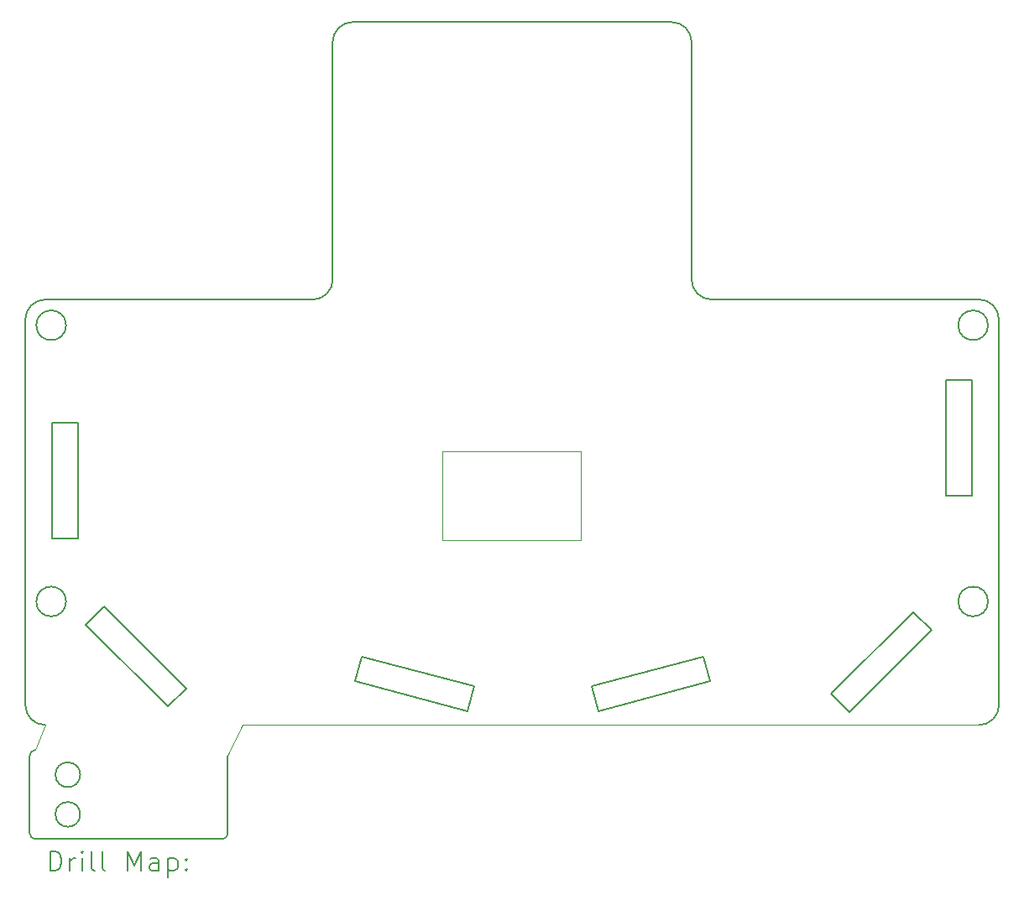
<source format=gbr>
%TF.GenerationSoftware,KiCad,Pcbnew,8.0.1*%
%TF.CreationDate,2025-03-10T11:27:17+01:00*%
%TF.ProjectId,main_board,6d61696e-5f62-46f6-9172-642e6b696361,rev?*%
%TF.SameCoordinates,Original*%
%TF.FileFunction,Drillmap*%
%TF.FilePolarity,Positive*%
%FSLAX45Y45*%
G04 Gerber Fmt 4.5, Leading zero omitted, Abs format (unit mm)*
G04 Created by KiCad (PCBNEW 8.0.1) date 2025-03-10 11:27:17*
%MOMM*%
%LPD*%
G01*
G04 APERTURE LIST*
%ADD10C,0.200000*%
%ADD11C,0.050000*%
%ADD12C,0.010000*%
G04 APERTURE END LIST*
D10*
X14218296Y-13396126D02*
X13088163Y-13093308D01*
X10291000Y-11650000D02*
X10031000Y-11650000D01*
X10314000Y-14037000D02*
G75*
G02*
X10064000Y-14037000I-125000J0D01*
G01*
X10064000Y-14037000D02*
G75*
G02*
X10314000Y-14037000I125000J0D01*
G01*
X15471759Y-13144985D02*
X16601892Y-12842167D01*
X19581000Y-13334889D02*
G75*
G02*
X19381000Y-13534890I-200000J-1D01*
G01*
X19051000Y-10050000D02*
X19311000Y-10050000D01*
X11803437Y-14627000D02*
X11803437Y-13847000D01*
X18074935Y-13405600D02*
X17891087Y-13221752D01*
X9961000Y-13534889D02*
G75*
G02*
X9761001Y-13334889I0J199999D01*
G01*
X16681000Y-9240000D02*
G75*
G02*
X16481000Y-9040000I0J200000D01*
G01*
X10031000Y-11650000D02*
X10031000Y-10480000D01*
X10171000Y-9500000D02*
G75*
G02*
X9871000Y-9500000I-150000J0D01*
G01*
X9871000Y-9500000D02*
G75*
G02*
X10171000Y-9500000I150000J0D01*
G01*
X15539052Y-13396126D02*
X15471759Y-13144985D01*
X9761000Y-9440000D02*
X9761000Y-13334889D01*
X9803437Y-13847000D02*
G75*
G02*
X9863437Y-13786997I60003J0D01*
G01*
X9863437Y-14687000D02*
X11743437Y-14687000D01*
X19471000Y-9500000D02*
G75*
G02*
X19171000Y-9500000I-150000J0D01*
G01*
X19171000Y-9500000D02*
G75*
G02*
X19471000Y-9500000I150000J0D01*
G01*
X10314000Y-14437000D02*
G75*
G02*
X10064000Y-14437000I-125000J0D01*
G01*
X10064000Y-14437000D02*
G75*
G02*
X10314000Y-14437000I125000J0D01*
G01*
X17891087Y-13221752D02*
X18718402Y-12394437D01*
X13088163Y-13093308D02*
X13155456Y-12842167D01*
D11*
X9863437Y-13787000D02*
X9961000Y-13534889D01*
D10*
X19311000Y-10050000D02*
X19311000Y-11220000D01*
X12861000Y-6640000D02*
G75*
G02*
X13061000Y-6440000I200000J0D01*
G01*
X13155456Y-12842167D02*
X14285589Y-13144985D01*
X10171000Y-12288437D02*
G75*
G02*
X9871000Y-12288437I-150000J0D01*
G01*
X9871000Y-12288437D02*
G75*
G02*
X10171000Y-12288437I150000J0D01*
G01*
X10371000Y-12520832D02*
X10554848Y-12336984D01*
D11*
X11803437Y-13847000D02*
X11950000Y-13535031D01*
D10*
X11198315Y-13348147D02*
X10371000Y-12520832D01*
X19471000Y-12288437D02*
G75*
G02*
X19171000Y-12288437I-150000J0D01*
G01*
X19171000Y-12288437D02*
G75*
G02*
X19471000Y-12288437I150000J0D01*
G01*
X16281000Y-6440000D02*
G75*
G02*
X16481000Y-6640000I0J-200000D01*
G01*
X10031000Y-10480000D02*
X10291000Y-10480000D01*
X14285589Y-13144985D02*
X14218296Y-13396126D01*
X16601892Y-12842167D02*
X16669185Y-13093308D01*
X18902250Y-12578285D02*
X18074935Y-13405600D01*
D11*
X11950000Y-13535031D02*
X19381000Y-13534889D01*
D10*
X12861000Y-9040000D02*
G75*
G02*
X12661000Y-9240000I-200000J0D01*
G01*
X9803437Y-13847000D02*
X9803437Y-14627000D01*
X18718402Y-12394437D02*
X18902250Y-12578285D01*
X19051000Y-11220000D02*
X19051000Y-10050000D01*
X19381000Y-9240000D02*
X16681000Y-9240000D01*
X9761000Y-9440000D02*
G75*
G02*
X9961000Y-9240000I200000J0D01*
G01*
X16669185Y-13093308D02*
X15539052Y-13396126D01*
X10554848Y-12336984D02*
X11382163Y-13164299D01*
X9863437Y-14687000D02*
G75*
G02*
X9803440Y-14627000I3J60000D01*
G01*
X19581000Y-13334889D02*
X19581000Y-9440000D01*
X16481000Y-9040000D02*
X16481000Y-6640000D01*
X16281000Y-6440000D02*
X13061000Y-6440000D01*
X12661000Y-9240000D02*
X9961000Y-9240000D01*
X12861000Y-6640000D02*
X12861000Y-9040000D01*
X11803437Y-14627000D02*
G75*
G02*
X11743437Y-14686997I-59997J0D01*
G01*
X19311000Y-11220000D02*
X19051000Y-11220000D01*
X19381000Y-9240000D02*
G75*
G02*
X19581000Y-9440000I0J-200000D01*
G01*
X10291000Y-10480000D02*
X10291000Y-11650000D01*
X11382163Y-13164299D02*
X11198315Y-13348147D01*
D12*
X13967000Y-10772000D02*
X15367000Y-10772000D01*
X13967000Y-11672000D02*
X13967000Y-10772000D01*
X15367000Y-10772000D02*
X15367000Y-11672000D01*
X15367000Y-11672000D02*
X13967000Y-11672000D01*
D10*
X10011777Y-15008484D02*
X10011777Y-14808484D01*
X10011777Y-14808484D02*
X10059396Y-14808484D01*
X10059396Y-14808484D02*
X10087967Y-14818008D01*
X10087967Y-14818008D02*
X10107015Y-14837055D01*
X10107015Y-14837055D02*
X10116539Y-14856103D01*
X10116539Y-14856103D02*
X10126063Y-14894198D01*
X10126063Y-14894198D02*
X10126063Y-14922769D01*
X10126063Y-14922769D02*
X10116539Y-14960865D01*
X10116539Y-14960865D02*
X10107015Y-14979912D01*
X10107015Y-14979912D02*
X10087967Y-14998960D01*
X10087967Y-14998960D02*
X10059396Y-15008484D01*
X10059396Y-15008484D02*
X10011777Y-15008484D01*
X10211777Y-15008484D02*
X10211777Y-14875150D01*
X10211777Y-14913246D02*
X10221301Y-14894198D01*
X10221301Y-14894198D02*
X10230824Y-14884674D01*
X10230824Y-14884674D02*
X10249872Y-14875150D01*
X10249872Y-14875150D02*
X10268920Y-14875150D01*
X10335586Y-15008484D02*
X10335586Y-14875150D01*
X10335586Y-14808484D02*
X10326063Y-14818008D01*
X10326063Y-14818008D02*
X10335586Y-14827531D01*
X10335586Y-14827531D02*
X10345110Y-14818008D01*
X10345110Y-14818008D02*
X10335586Y-14808484D01*
X10335586Y-14808484D02*
X10335586Y-14827531D01*
X10459396Y-15008484D02*
X10440348Y-14998960D01*
X10440348Y-14998960D02*
X10430824Y-14979912D01*
X10430824Y-14979912D02*
X10430824Y-14808484D01*
X10564158Y-15008484D02*
X10545110Y-14998960D01*
X10545110Y-14998960D02*
X10535586Y-14979912D01*
X10535586Y-14979912D02*
X10535586Y-14808484D01*
X10792729Y-15008484D02*
X10792729Y-14808484D01*
X10792729Y-14808484D02*
X10859396Y-14951341D01*
X10859396Y-14951341D02*
X10926063Y-14808484D01*
X10926063Y-14808484D02*
X10926063Y-15008484D01*
X11107015Y-15008484D02*
X11107015Y-14903722D01*
X11107015Y-14903722D02*
X11097491Y-14884674D01*
X11097491Y-14884674D02*
X11078444Y-14875150D01*
X11078444Y-14875150D02*
X11040348Y-14875150D01*
X11040348Y-14875150D02*
X11021301Y-14884674D01*
X11107015Y-14998960D02*
X11087967Y-15008484D01*
X11087967Y-15008484D02*
X11040348Y-15008484D01*
X11040348Y-15008484D02*
X11021301Y-14998960D01*
X11021301Y-14998960D02*
X11011777Y-14979912D01*
X11011777Y-14979912D02*
X11011777Y-14960865D01*
X11011777Y-14960865D02*
X11021301Y-14941817D01*
X11021301Y-14941817D02*
X11040348Y-14932293D01*
X11040348Y-14932293D02*
X11087967Y-14932293D01*
X11087967Y-14932293D02*
X11107015Y-14922769D01*
X11202253Y-14875150D02*
X11202253Y-15075150D01*
X11202253Y-14884674D02*
X11221301Y-14875150D01*
X11221301Y-14875150D02*
X11259396Y-14875150D01*
X11259396Y-14875150D02*
X11278443Y-14884674D01*
X11278443Y-14884674D02*
X11287967Y-14894198D01*
X11287967Y-14894198D02*
X11297491Y-14913246D01*
X11297491Y-14913246D02*
X11297491Y-14970388D01*
X11297491Y-14970388D02*
X11287967Y-14989436D01*
X11287967Y-14989436D02*
X11278443Y-14998960D01*
X11278443Y-14998960D02*
X11259396Y-15008484D01*
X11259396Y-15008484D02*
X11221301Y-15008484D01*
X11221301Y-15008484D02*
X11202253Y-14998960D01*
X11383205Y-14989436D02*
X11392729Y-14998960D01*
X11392729Y-14998960D02*
X11383205Y-15008484D01*
X11383205Y-15008484D02*
X11373682Y-14998960D01*
X11373682Y-14998960D02*
X11383205Y-14989436D01*
X11383205Y-14989436D02*
X11383205Y-15008484D01*
X11383205Y-14884674D02*
X11392729Y-14894198D01*
X11392729Y-14894198D02*
X11383205Y-14903722D01*
X11383205Y-14903722D02*
X11373682Y-14894198D01*
X11373682Y-14894198D02*
X11383205Y-14884674D01*
X11383205Y-14884674D02*
X11383205Y-14903722D01*
M02*

</source>
